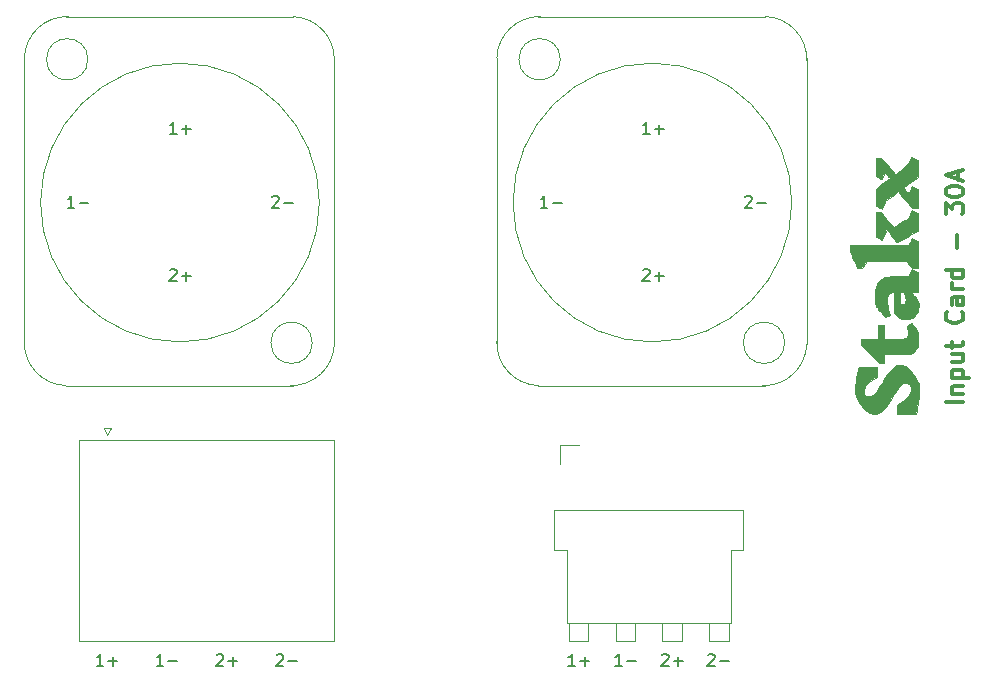
<source format=gbr>
%TF.GenerationSoftware,KiCad,Pcbnew,(5.1.6)-1*%
%TF.CreationDate,2020-12-17T23:04:29+01:00*%
%TF.ProjectId,Ingressi,496e6772-6573-4736-992e-6b696361645f,v1.0*%
%TF.SameCoordinates,Original*%
%TF.FileFunction,Legend,Top*%
%TF.FilePolarity,Positive*%
%FSLAX46Y46*%
G04 Gerber Fmt 4.6, Leading zero omitted, Abs format (unit mm)*
G04 Created by KiCad (PCBNEW (5.1.6)-1) date 2020-12-17 23:04:29*
%MOMM*%
%LPD*%
G01*
G04 APERTURE LIST*
%ADD10C,0.150000*%
%ADD11C,0.300000*%
%ADD12C,0.120000*%
%ADD13C,0.010000*%
G04 APERTURE END LIST*
D10*
X99645238Y-88547619D02*
X99692857Y-88500000D01*
X99788095Y-88452380D01*
X100026190Y-88452380D01*
X100121428Y-88500000D01*
X100169047Y-88547619D01*
X100216666Y-88642857D01*
X100216666Y-88738095D01*
X100169047Y-88880952D01*
X99597619Y-89452380D01*
X100216666Y-89452380D01*
X100645238Y-89071428D02*
X101407142Y-89071428D01*
X92366666Y-89452380D02*
X91795238Y-89452380D01*
X92080952Y-89452380D02*
X92080952Y-88452380D01*
X91985714Y-88595238D01*
X91890476Y-88690476D01*
X91795238Y-88738095D01*
X92795238Y-89071428D02*
X93557142Y-89071428D01*
X95745238Y-88547619D02*
X95792857Y-88500000D01*
X95888095Y-88452380D01*
X96126190Y-88452380D01*
X96221428Y-88500000D01*
X96269047Y-88547619D01*
X96316666Y-88642857D01*
X96316666Y-88738095D01*
X96269047Y-88880952D01*
X95697619Y-89452380D01*
X96316666Y-89452380D01*
X96745238Y-89071428D02*
X97507142Y-89071428D01*
X97126190Y-89452380D02*
X97126190Y-88690476D01*
X88416666Y-89452380D02*
X87845238Y-89452380D01*
X88130952Y-89452380D02*
X88130952Y-88452380D01*
X88035714Y-88595238D01*
X87940476Y-88690476D01*
X87845238Y-88738095D01*
X88845238Y-89071428D02*
X89607142Y-89071428D01*
X89226190Y-89452380D02*
X89226190Y-88690476D01*
X94716666Y-44402380D02*
X94145238Y-44402380D01*
X94430952Y-44402380D02*
X94430952Y-43402380D01*
X94335714Y-43545238D01*
X94240476Y-43640476D01*
X94145238Y-43688095D01*
X95145238Y-44021428D02*
X95907142Y-44021428D01*
X95526190Y-44402380D02*
X95526190Y-43640476D01*
X94145238Y-55963619D02*
X94192857Y-55916000D01*
X94288095Y-55868380D01*
X94526190Y-55868380D01*
X94621428Y-55916000D01*
X94669047Y-55963619D01*
X94716666Y-56058857D01*
X94716666Y-56154095D01*
X94669047Y-56296952D01*
X94097619Y-56868380D01*
X94716666Y-56868380D01*
X95145238Y-56487428D02*
X95907142Y-56487428D01*
X95526190Y-56868380D02*
X95526190Y-56106476D01*
X86066666Y-50652380D02*
X85495238Y-50652380D01*
X85780952Y-50652380D02*
X85780952Y-49652380D01*
X85685714Y-49795238D01*
X85590476Y-49890476D01*
X85495238Y-49938095D01*
X86495238Y-50271428D02*
X87257142Y-50271428D01*
X102806438Y-49747619D02*
X102854057Y-49700000D01*
X102949295Y-49652380D01*
X103187390Y-49652380D01*
X103282628Y-49700000D01*
X103330247Y-49747619D01*
X103377866Y-49842857D01*
X103377866Y-49938095D01*
X103330247Y-50080952D01*
X102758819Y-50652380D01*
X103377866Y-50652380D01*
X103806438Y-50271428D02*
X104568342Y-50271428D01*
X62756438Y-49747619D02*
X62804057Y-49700000D01*
X62899295Y-49652380D01*
X63137390Y-49652380D01*
X63232628Y-49700000D01*
X63280247Y-49747619D01*
X63327866Y-49842857D01*
X63327866Y-49938095D01*
X63280247Y-50080952D01*
X62708819Y-50652380D01*
X63327866Y-50652380D01*
X63756438Y-50271428D02*
X64518342Y-50271428D01*
X46016666Y-50652380D02*
X45445238Y-50652380D01*
X45730952Y-50652380D02*
X45730952Y-49652380D01*
X45635714Y-49795238D01*
X45540476Y-49890476D01*
X45445238Y-49938095D01*
X46445238Y-50271428D02*
X47207142Y-50271428D01*
X54095238Y-55963619D02*
X54142857Y-55916000D01*
X54238095Y-55868380D01*
X54476190Y-55868380D01*
X54571428Y-55916000D01*
X54619047Y-55963619D01*
X54666666Y-56058857D01*
X54666666Y-56154095D01*
X54619047Y-56296952D01*
X54047619Y-56868380D01*
X54666666Y-56868380D01*
X55095238Y-56487428D02*
X55857142Y-56487428D01*
X55476190Y-56868380D02*
X55476190Y-56106476D01*
X54666666Y-44402380D02*
X54095238Y-44402380D01*
X54380952Y-44402380D02*
X54380952Y-43402380D01*
X54285714Y-43545238D01*
X54190476Y-43640476D01*
X54095238Y-43688095D01*
X55095238Y-44021428D02*
X55857142Y-44021428D01*
X55476190Y-44402380D02*
X55476190Y-43640476D01*
D11*
X121278571Y-67150000D02*
X119778571Y-67150000D01*
X120278571Y-66435714D02*
X121278571Y-66435714D01*
X120421428Y-66435714D02*
X120350000Y-66364285D01*
X120278571Y-66221428D01*
X120278571Y-66007142D01*
X120350000Y-65864285D01*
X120492857Y-65792857D01*
X121278571Y-65792857D01*
X120278571Y-65078571D02*
X121778571Y-65078571D01*
X120350000Y-65078571D02*
X120278571Y-64935714D01*
X120278571Y-64650000D01*
X120350000Y-64507142D01*
X120421428Y-64435714D01*
X120564285Y-64364285D01*
X120992857Y-64364285D01*
X121135714Y-64435714D01*
X121207142Y-64507142D01*
X121278571Y-64650000D01*
X121278571Y-64935714D01*
X121207142Y-65078571D01*
X120278571Y-63078571D02*
X121278571Y-63078571D01*
X120278571Y-63721428D02*
X121064285Y-63721428D01*
X121207142Y-63650000D01*
X121278571Y-63507142D01*
X121278571Y-63292857D01*
X121207142Y-63150000D01*
X121135714Y-63078571D01*
X120278571Y-62578571D02*
X120278571Y-62007142D01*
X119778571Y-62364285D02*
X121064285Y-62364285D01*
X121207142Y-62292857D01*
X121278571Y-62150000D01*
X121278571Y-62007142D01*
X121135714Y-59507142D02*
X121207142Y-59578571D01*
X121278571Y-59792857D01*
X121278571Y-59935714D01*
X121207142Y-60150000D01*
X121064285Y-60292857D01*
X120921428Y-60364285D01*
X120635714Y-60435714D01*
X120421428Y-60435714D01*
X120135714Y-60364285D01*
X119992857Y-60292857D01*
X119850000Y-60150000D01*
X119778571Y-59935714D01*
X119778571Y-59792857D01*
X119850000Y-59578571D01*
X119921428Y-59507142D01*
X121278571Y-58221428D02*
X120492857Y-58221428D01*
X120350000Y-58292857D01*
X120278571Y-58435714D01*
X120278571Y-58721428D01*
X120350000Y-58864285D01*
X121207142Y-58221428D02*
X121278571Y-58364285D01*
X121278571Y-58721428D01*
X121207142Y-58864285D01*
X121064285Y-58935714D01*
X120921428Y-58935714D01*
X120778571Y-58864285D01*
X120707142Y-58721428D01*
X120707142Y-58364285D01*
X120635714Y-58221428D01*
X121278571Y-57507142D02*
X120278571Y-57507142D01*
X120564285Y-57507142D02*
X120421428Y-57435714D01*
X120350000Y-57364285D01*
X120278571Y-57221428D01*
X120278571Y-57078571D01*
X121278571Y-55935714D02*
X119778571Y-55935714D01*
X121207142Y-55935714D02*
X121278571Y-56078571D01*
X121278571Y-56364285D01*
X121207142Y-56507142D01*
X121135714Y-56578571D01*
X120992857Y-56650000D01*
X120564285Y-56650000D01*
X120421428Y-56578571D01*
X120350000Y-56507142D01*
X120278571Y-56364285D01*
X120278571Y-56078571D01*
X120350000Y-55935714D01*
X120707142Y-54078571D02*
X120707142Y-52935714D01*
X119778571Y-51221428D02*
X119778571Y-50292857D01*
X120350000Y-50792857D01*
X120350000Y-50578571D01*
X120421428Y-50435714D01*
X120492857Y-50364285D01*
X120635714Y-50292857D01*
X120992857Y-50292857D01*
X121135714Y-50364285D01*
X121207142Y-50435714D01*
X121278571Y-50578571D01*
X121278571Y-51007142D01*
X121207142Y-51150000D01*
X121135714Y-51221428D01*
X119778571Y-49364285D02*
X119778571Y-49221428D01*
X119850000Y-49078571D01*
X119921428Y-49007142D01*
X120064285Y-48935714D01*
X120350000Y-48864285D01*
X120707142Y-48864285D01*
X120992857Y-48935714D01*
X121135714Y-49007142D01*
X121207142Y-49078571D01*
X121278571Y-49221428D01*
X121278571Y-49364285D01*
X121207142Y-49507142D01*
X121135714Y-49578571D01*
X120992857Y-49650000D01*
X120707142Y-49721428D01*
X120350000Y-49721428D01*
X120064285Y-49650000D01*
X119921428Y-49578571D01*
X119850000Y-49507142D01*
X119778571Y-49364285D01*
X120850000Y-48292857D02*
X120850000Y-47578571D01*
X121278571Y-48435714D02*
X119778571Y-47935714D01*
X121278571Y-47435714D01*
D10*
X63135238Y-88547619D02*
X63182857Y-88500000D01*
X63278095Y-88452380D01*
X63516190Y-88452380D01*
X63611428Y-88500000D01*
X63659047Y-88547619D01*
X63706666Y-88642857D01*
X63706666Y-88738095D01*
X63659047Y-88880952D01*
X63087619Y-89452380D01*
X63706666Y-89452380D01*
X64135238Y-89071428D02*
X64897142Y-89071428D01*
X58055238Y-88547619D02*
X58102857Y-88500000D01*
X58198095Y-88452380D01*
X58436190Y-88452380D01*
X58531428Y-88500000D01*
X58579047Y-88547619D01*
X58626666Y-88642857D01*
X58626666Y-88738095D01*
X58579047Y-88880952D01*
X58007619Y-89452380D01*
X58626666Y-89452380D01*
X59055238Y-89071428D02*
X59817142Y-89071428D01*
X59436190Y-89452380D02*
X59436190Y-88690476D01*
X53546666Y-89452380D02*
X52975238Y-89452380D01*
X53260952Y-89452380D02*
X53260952Y-88452380D01*
X53165714Y-88595238D01*
X53070476Y-88690476D01*
X52975238Y-88738095D01*
X53975238Y-89071428D02*
X54737142Y-89071428D01*
X48466666Y-89452380D02*
X47895238Y-89452380D01*
X48180952Y-89452380D02*
X48180952Y-88452380D01*
X48085714Y-88595238D01*
X47990476Y-88690476D01*
X47895238Y-88738095D01*
X48895238Y-89071428D02*
X49657142Y-89071428D01*
X49276190Y-89452380D02*
X49276190Y-88690476D01*
D12*
X48800000Y-69905200D02*
X48500000Y-69305200D01*
X46390000Y-87360000D02*
X68010000Y-87360000D01*
X49100000Y-69305200D02*
X48800000Y-69905200D01*
X68010000Y-87360000D02*
X68010000Y-70290000D01*
X46390000Y-70290000D02*
X46390000Y-87360000D01*
X48500000Y-69305200D02*
X49100000Y-69305200D01*
X68010000Y-70290000D02*
X46390000Y-70290000D01*
X106750800Y-50227000D02*
G75*
G03*
X106750800Y-50227000I-11800000J0D01*
G01*
X85280000Y-65720000D02*
X104520000Y-65720000D01*
X87150000Y-38100000D02*
G75*
G03*
X87150000Y-38100000I-1750000J0D01*
G01*
X108020000Y-62220000D02*
X108020000Y-37980000D01*
X85280000Y-34480000D02*
X104520000Y-34480000D01*
X81780000Y-62220000D02*
X81780000Y-37980000D01*
X106150000Y-62100000D02*
G75*
G03*
X106150000Y-62100000I-1750000J0D01*
G01*
X108020000Y-38220000D02*
G75*
G03*
X104520000Y-34480000I-3620000J120000D01*
G01*
X85520000Y-34480000D02*
G75*
G03*
X81780000Y-37980000I-120000J-3620000D01*
G01*
X81780000Y-61980000D02*
G75*
G03*
X85280000Y-65720000I3620000J-120000D01*
G01*
X104280000Y-65720000D02*
G75*
G03*
X108020000Y-62220000I120000J3620000D01*
G01*
X66750800Y-50227000D02*
G75*
G03*
X66750800Y-50227000I-11800000J0D01*
G01*
X45280000Y-65720000D02*
X64520000Y-65720000D01*
X47150000Y-38100000D02*
G75*
G03*
X47150000Y-38100000I-1750000J0D01*
G01*
X68020000Y-62220000D02*
X68020000Y-37980000D01*
X45280000Y-34480000D02*
X64520000Y-34480000D01*
X41780000Y-62220000D02*
X41780000Y-37980000D01*
X66150000Y-62100000D02*
G75*
G03*
X66150000Y-62100000I-1750000J0D01*
G01*
X68020000Y-38220000D02*
G75*
G03*
X64520000Y-34480000I-3620000J120000D01*
G01*
X45520000Y-34480000D02*
G75*
G03*
X41780000Y-37980000I-120000J-3620000D01*
G01*
X41780000Y-61980000D02*
G75*
G03*
X45280000Y-65720000I3620000J-120000D01*
G01*
X64280000Y-65720000D02*
G75*
G03*
X68020000Y-62220000I120000J3620000D01*
G01*
D13*
G36*
X112124550Y-66087152D02*
G01*
X112135729Y-65775268D01*
X112165953Y-65438614D01*
X112213185Y-65091153D01*
X112275392Y-64746850D01*
X112350538Y-64419667D01*
X112387192Y-64284678D01*
X112420316Y-64168923D01*
X113960590Y-64168923D01*
X113960590Y-65019354D01*
X113811762Y-65092738D01*
X113540072Y-65246922D01*
X113297933Y-65428229D01*
X113202869Y-65513947D01*
X113074347Y-65645689D01*
X112979512Y-65766759D01*
X112912421Y-65885821D01*
X112871130Y-65997448D01*
X112841037Y-66157321D01*
X112847807Y-66298312D01*
X112889386Y-66417325D01*
X112963719Y-66511265D01*
X113068751Y-66577035D01*
X113202429Y-66611542D01*
X113281717Y-66616104D01*
X113379985Y-66609823D01*
X113472703Y-66589541D01*
X113562381Y-66552618D01*
X113651530Y-66496417D01*
X113742659Y-66418301D01*
X113838278Y-66315631D01*
X113940898Y-66185771D01*
X114053029Y-66026083D01*
X114177181Y-65833928D01*
X114315864Y-65606670D01*
X114435562Y-65403645D01*
X114583372Y-65153901D01*
X114715110Y-64940172D01*
X114833688Y-64758667D01*
X114942014Y-64605598D01*
X115042997Y-64477176D01*
X115139548Y-64369611D01*
X115234574Y-64279114D01*
X115330986Y-64201895D01*
X115389530Y-64161141D01*
X115529835Y-64077446D01*
X115658179Y-64023475D01*
X115789884Y-63994307D01*
X115937828Y-63985039D01*
X116026584Y-63985839D01*
X116093812Y-63992395D01*
X116155291Y-64008629D01*
X116226805Y-64038465D01*
X116304966Y-64076309D01*
X116487579Y-64186842D01*
X116670086Y-64334580D01*
X116847657Y-64512886D01*
X117015465Y-64715122D01*
X117168681Y-64934651D01*
X117302475Y-65164833D01*
X117412020Y-65399032D01*
X117492486Y-65630610D01*
X117521380Y-65748496D01*
X117537961Y-65864223D01*
X117547774Y-66010586D01*
X117550463Y-66174591D01*
X117545671Y-66343245D01*
X117540069Y-66428906D01*
X117512893Y-66720067D01*
X117478164Y-67012546D01*
X117437389Y-67296348D01*
X117392073Y-67561481D01*
X117343723Y-67797951D01*
X117316695Y-67910945D01*
X117256171Y-68148698D01*
X116479301Y-68154492D01*
X115702430Y-68160286D01*
X115702430Y-67327826D01*
X115874597Y-67227790D01*
X116119384Y-67070692D01*
X116330392Y-66904371D01*
X116506253Y-66730951D01*
X116645598Y-66552556D01*
X116747060Y-66371308D01*
X116809270Y-66189332D01*
X116830859Y-66008751D01*
X116810459Y-65831690D01*
X116799793Y-65792054D01*
X116743625Y-65676484D01*
X116655807Y-65583474D01*
X116545187Y-65518142D01*
X116420618Y-65485608D01*
X116290948Y-65490989D01*
X116282387Y-65492811D01*
X116198456Y-65517023D01*
X116123574Y-65552951D01*
X116047572Y-65607281D01*
X115960282Y-65686699D01*
X115908479Y-65738671D01*
X115847297Y-65804863D01*
X115784690Y-65880445D01*
X115717678Y-65969822D01*
X115643279Y-66077397D01*
X115558513Y-66207575D01*
X115460399Y-66364759D01*
X115345957Y-66553354D01*
X115262222Y-66693489D01*
X115129841Y-66913655D01*
X115014548Y-67099674D01*
X114912887Y-67256418D01*
X114821404Y-67388761D01*
X114736641Y-67501575D01*
X114655145Y-67599733D01*
X114573458Y-67688108D01*
X114517322Y-67743866D01*
X114360737Y-67883530D01*
X114216027Y-67986948D01*
X114075641Y-68057463D01*
X113932028Y-68098417D01*
X113777636Y-68113152D01*
X113686997Y-68111377D01*
X113558999Y-68098552D01*
X113453205Y-68072353D01*
X113378755Y-68042469D01*
X113184058Y-67932685D01*
X112990857Y-67784984D01*
X112804070Y-67605411D01*
X112628617Y-67400013D01*
X112469418Y-67174836D01*
X112331391Y-66935928D01*
X112219457Y-66689334D01*
X112173560Y-66561198D01*
X112152926Y-66491471D01*
X112138829Y-66424687D01*
X112130140Y-66349934D01*
X112125732Y-66256302D01*
X112124477Y-66132878D01*
X112124550Y-66087152D01*
G37*
X112124550Y-66087152D02*
X112135729Y-65775268D01*
X112165953Y-65438614D01*
X112213185Y-65091153D01*
X112275392Y-64746850D01*
X112350538Y-64419667D01*
X112387192Y-64284678D01*
X112420316Y-64168923D01*
X113960590Y-64168923D01*
X113960590Y-65019354D01*
X113811762Y-65092738D01*
X113540072Y-65246922D01*
X113297933Y-65428229D01*
X113202869Y-65513947D01*
X113074347Y-65645689D01*
X112979512Y-65766759D01*
X112912421Y-65885821D01*
X112871130Y-65997448D01*
X112841037Y-66157321D01*
X112847807Y-66298312D01*
X112889386Y-66417325D01*
X112963719Y-66511265D01*
X113068751Y-66577035D01*
X113202429Y-66611542D01*
X113281717Y-66616104D01*
X113379985Y-66609823D01*
X113472703Y-66589541D01*
X113562381Y-66552618D01*
X113651530Y-66496417D01*
X113742659Y-66418301D01*
X113838278Y-66315631D01*
X113940898Y-66185771D01*
X114053029Y-66026083D01*
X114177181Y-65833928D01*
X114315864Y-65606670D01*
X114435562Y-65403645D01*
X114583372Y-65153901D01*
X114715110Y-64940172D01*
X114833688Y-64758667D01*
X114942014Y-64605598D01*
X115042997Y-64477176D01*
X115139548Y-64369611D01*
X115234574Y-64279114D01*
X115330986Y-64201895D01*
X115389530Y-64161141D01*
X115529835Y-64077446D01*
X115658179Y-64023475D01*
X115789884Y-63994307D01*
X115937828Y-63985039D01*
X116026584Y-63985839D01*
X116093812Y-63992395D01*
X116155291Y-64008629D01*
X116226805Y-64038465D01*
X116304966Y-64076309D01*
X116487579Y-64186842D01*
X116670086Y-64334580D01*
X116847657Y-64512886D01*
X117015465Y-64715122D01*
X117168681Y-64934651D01*
X117302475Y-65164833D01*
X117412020Y-65399032D01*
X117492486Y-65630610D01*
X117521380Y-65748496D01*
X117537961Y-65864223D01*
X117547774Y-66010586D01*
X117550463Y-66174591D01*
X117545671Y-66343245D01*
X117540069Y-66428906D01*
X117512893Y-66720067D01*
X117478164Y-67012546D01*
X117437389Y-67296348D01*
X117392073Y-67561481D01*
X117343723Y-67797951D01*
X117316695Y-67910945D01*
X117256171Y-68148698D01*
X116479301Y-68154492D01*
X115702430Y-68160286D01*
X115702430Y-67327826D01*
X115874597Y-67227790D01*
X116119384Y-67070692D01*
X116330392Y-66904371D01*
X116506253Y-66730951D01*
X116645598Y-66552556D01*
X116747060Y-66371308D01*
X116809270Y-66189332D01*
X116830859Y-66008751D01*
X116810459Y-65831690D01*
X116799793Y-65792054D01*
X116743625Y-65676484D01*
X116655807Y-65583474D01*
X116545187Y-65518142D01*
X116420618Y-65485608D01*
X116290948Y-65490989D01*
X116282387Y-65492811D01*
X116198456Y-65517023D01*
X116123574Y-65552951D01*
X116047572Y-65607281D01*
X115960282Y-65686699D01*
X115908479Y-65738671D01*
X115847297Y-65804863D01*
X115784690Y-65880445D01*
X115717678Y-65969822D01*
X115643279Y-66077397D01*
X115558513Y-66207575D01*
X115460399Y-66364759D01*
X115345957Y-66553354D01*
X115262222Y-66693489D01*
X115129841Y-66913655D01*
X115014548Y-67099674D01*
X114912887Y-67256418D01*
X114821404Y-67388761D01*
X114736641Y-67501575D01*
X114655145Y-67599733D01*
X114573458Y-67688108D01*
X114517322Y-67743866D01*
X114360737Y-67883530D01*
X114216027Y-67986948D01*
X114075641Y-68057463D01*
X113932028Y-68098417D01*
X113777636Y-68113152D01*
X113686997Y-68111377D01*
X113558999Y-68098552D01*
X113453205Y-68072353D01*
X113378755Y-68042469D01*
X113184058Y-67932685D01*
X112990857Y-67784984D01*
X112804070Y-67605411D01*
X112628617Y-67400013D01*
X112469418Y-67174836D01*
X112331391Y-66935928D01*
X112219457Y-66689334D01*
X112173560Y-66561198D01*
X112152926Y-66491471D01*
X112138829Y-66424687D01*
X112130140Y-66349934D01*
X112125732Y-66256302D01*
X112124477Y-66132878D01*
X112124550Y-66087152D01*
G36*
X114048784Y-61743576D02*
G01*
X114048784Y-60575000D01*
X114577951Y-60575000D01*
X114577951Y-61743576D01*
X115456635Y-61743576D01*
X115676442Y-61743533D01*
X115856526Y-61743251D01*
X116001259Y-61742503D01*
X116115016Y-61741061D01*
X116202170Y-61738695D01*
X116267093Y-61735178D01*
X116314161Y-61730283D01*
X116347746Y-61723780D01*
X116372222Y-61715441D01*
X116391962Y-61705039D01*
X116409045Y-61693892D01*
X116485895Y-61625587D01*
X116539328Y-61536085D01*
X116574404Y-61416058D01*
X116581625Y-61375708D01*
X116590870Y-61192192D01*
X116563666Y-60989139D01*
X116517799Y-60821066D01*
X116495334Y-60746913D01*
X116481322Y-60688865D01*
X116478760Y-60660335D01*
X116499938Y-60644619D01*
X116551142Y-60616634D01*
X116621803Y-60581337D01*
X116701353Y-60543682D01*
X116779223Y-60508627D01*
X116844845Y-60481128D01*
X116887652Y-60466140D01*
X116895799Y-60464757D01*
X116913775Y-60481269D01*
X116954354Y-60527242D01*
X117013065Y-60597330D01*
X117085434Y-60686190D01*
X117166991Y-60788475D01*
X117172477Y-60795428D01*
X117265618Y-60913590D01*
X117336014Y-61006359D01*
X117387093Y-61083092D01*
X117422280Y-61153146D01*
X117445000Y-61225876D01*
X117458681Y-61310640D01*
X117466749Y-61416794D01*
X117472629Y-61553695D01*
X117475258Y-61622309D01*
X117478758Y-61823509D01*
X117471784Y-61990737D01*
X117456428Y-62118625D01*
X117403029Y-62352991D01*
X117325108Y-62551319D01*
X117221275Y-62715112D01*
X117090141Y-62845873D01*
X116930317Y-62945106D01*
X116740414Y-63014316D01*
X116601718Y-63043666D01*
X116548100Y-63048740D01*
X116455406Y-63053375D01*
X116328656Y-63057465D01*
X116172872Y-63060905D01*
X115993074Y-63063590D01*
X115794281Y-63065414D01*
X115581515Y-63066273D01*
X115520529Y-63066326D01*
X114577951Y-63066493D01*
X114577951Y-63772048D01*
X114167774Y-63772048D01*
X112593576Y-62268780D01*
X112593576Y-61743576D01*
X114048784Y-61743576D01*
G37*
X114048784Y-61743576D02*
X114048784Y-60575000D01*
X114577951Y-60575000D01*
X114577951Y-61743576D01*
X115456635Y-61743576D01*
X115676442Y-61743533D01*
X115856526Y-61743251D01*
X116001259Y-61742503D01*
X116115016Y-61741061D01*
X116202170Y-61738695D01*
X116267093Y-61735178D01*
X116314161Y-61730283D01*
X116347746Y-61723780D01*
X116372222Y-61715441D01*
X116391962Y-61705039D01*
X116409045Y-61693892D01*
X116485895Y-61625587D01*
X116539328Y-61536085D01*
X116574404Y-61416058D01*
X116581625Y-61375708D01*
X116590870Y-61192192D01*
X116563666Y-60989139D01*
X116517799Y-60821066D01*
X116495334Y-60746913D01*
X116481322Y-60688865D01*
X116478760Y-60660335D01*
X116499938Y-60644619D01*
X116551142Y-60616634D01*
X116621803Y-60581337D01*
X116701353Y-60543682D01*
X116779223Y-60508627D01*
X116844845Y-60481128D01*
X116887652Y-60466140D01*
X116895799Y-60464757D01*
X116913775Y-60481269D01*
X116954354Y-60527242D01*
X117013065Y-60597330D01*
X117085434Y-60686190D01*
X117166991Y-60788475D01*
X117172477Y-60795428D01*
X117265618Y-60913590D01*
X117336014Y-61006359D01*
X117387093Y-61083092D01*
X117422280Y-61153146D01*
X117445000Y-61225876D01*
X117458681Y-61310640D01*
X117466749Y-61416794D01*
X117472629Y-61553695D01*
X117475258Y-61622309D01*
X117478758Y-61823509D01*
X117471784Y-61990737D01*
X117456428Y-62118625D01*
X117403029Y-62352991D01*
X117325108Y-62551319D01*
X117221275Y-62715112D01*
X117090141Y-62845873D01*
X116930317Y-62945106D01*
X116740414Y-63014316D01*
X116601718Y-63043666D01*
X116548100Y-63048740D01*
X116455406Y-63053375D01*
X116328656Y-63057465D01*
X116172872Y-63060905D01*
X115993074Y-63063590D01*
X115794281Y-63065414D01*
X115581515Y-63066273D01*
X115520529Y-63066326D01*
X114577951Y-63066493D01*
X114577951Y-63772048D01*
X114167774Y-63772048D01*
X112593576Y-62268780D01*
X112593576Y-61743576D01*
X114048784Y-61743576D01*
G36*
X113796176Y-57886934D02*
G01*
X113813940Y-57732493D01*
X113814814Y-57727102D01*
X113877163Y-57450917D01*
X113967933Y-57206874D01*
X114086615Y-56995654D01*
X114232699Y-56817942D01*
X114405677Y-56674418D01*
X114605040Y-56565768D01*
X114710243Y-56526108D01*
X114745009Y-56516067D01*
X114785643Y-56507674D01*
X114836606Y-56500706D01*
X114902358Y-56494942D01*
X114987358Y-56490160D01*
X115096068Y-56486138D01*
X115232948Y-56482653D01*
X115402458Y-56479486D01*
X115609058Y-56476412D01*
X115745318Y-56474615D01*
X116659127Y-56462934D01*
X116752829Y-56231423D01*
X116792963Y-56131732D01*
X116828924Y-56041445D01*
X116856255Y-55971808D01*
X116868867Y-55938645D01*
X116891203Y-55877377D01*
X117156981Y-56010607D01*
X117422758Y-56143837D01*
X117416978Y-56964844D01*
X117411198Y-57785850D01*
X117150090Y-57789725D01*
X117047369Y-57792101D01*
X116961749Y-57795689D01*
X116902288Y-57800000D01*
X116878128Y-57804452D01*
X116887845Y-57824201D01*
X116921201Y-57873156D01*
X116974338Y-57946052D01*
X117043393Y-58037623D01*
X117124507Y-58142606D01*
X117149016Y-58173894D01*
X117251889Y-58306440D01*
X117329721Y-58410918D01*
X117386120Y-58492785D01*
X117424695Y-58557498D01*
X117449053Y-58610513D01*
X117459563Y-58643529D01*
X117481387Y-58785806D01*
X117482540Y-58960247D01*
X117462980Y-59160044D01*
X117462767Y-59161538D01*
X117411192Y-59391935D01*
X117327137Y-59593339D01*
X117211712Y-59764606D01*
X117066027Y-59904593D01*
X116891190Y-60012156D01*
X116688311Y-60086152D01*
X116536167Y-60116534D01*
X116332511Y-60126466D01*
X116138200Y-60096416D01*
X116106938Y-60084578D01*
X116106938Y-58847312D01*
X116205799Y-58831368D01*
X116290417Y-58781234D01*
X116350562Y-58700761D01*
X116353765Y-58693691D01*
X116376057Y-58608142D01*
X116384897Y-58495007D01*
X116380655Y-58368578D01*
X116363701Y-58243146D01*
X116339659Y-58148258D01*
X116303155Y-58047047D01*
X116263206Y-57952376D01*
X116224125Y-57872975D01*
X116190223Y-57817577D01*
X116165814Y-57794911D01*
X116165080Y-57794808D01*
X116131778Y-57792959D01*
X116071280Y-57790567D01*
X116033159Y-57789295D01*
X115922916Y-57785850D01*
X115922916Y-58791312D01*
X116004068Y-58825220D01*
X116106938Y-58847312D01*
X116106938Y-60084578D01*
X115950594Y-60025372D01*
X115767056Y-59912320D01*
X115584949Y-59756249D01*
X115576821Y-59748274D01*
X115393750Y-59567657D01*
X115393750Y-57796875D01*
X115331532Y-57796875D01*
X115203930Y-57817779D01*
X115081806Y-57876068D01*
X114973266Y-57965110D01*
X114886415Y-58078271D01*
X114829767Y-58207508D01*
X114804817Y-58347104D01*
X114801864Y-58519581D01*
X114821038Y-58725983D01*
X114862471Y-58967358D01*
X114926294Y-59244751D01*
X114989361Y-59478566D01*
X115018268Y-59582894D01*
X115041191Y-59670736D01*
X115056147Y-59734086D01*
X115061155Y-59764941D01*
X115060699Y-59766594D01*
X115037040Y-59778294D01*
X114983451Y-59802658D01*
X114910544Y-59835003D01*
X114828931Y-59870647D01*
X114749224Y-59904905D01*
X114704718Y-59923689D01*
X114625852Y-59956641D01*
X114276684Y-59522881D01*
X114179373Y-59400899D01*
X114090227Y-59287074D01*
X114013392Y-59186868D01*
X113953012Y-59105739D01*
X113913233Y-59049147D01*
X113899326Y-59025896D01*
X113864394Y-58921195D01*
X113835199Y-58781871D01*
X113812338Y-58617095D01*
X113796409Y-58436041D01*
X113788007Y-58247881D01*
X113787731Y-58061788D01*
X113796176Y-57886934D01*
G37*
X113796176Y-57886934D02*
X113813940Y-57732493D01*
X113814814Y-57727102D01*
X113877163Y-57450917D01*
X113967933Y-57206874D01*
X114086615Y-56995654D01*
X114232699Y-56817942D01*
X114405677Y-56674418D01*
X114605040Y-56565768D01*
X114710243Y-56526108D01*
X114745009Y-56516067D01*
X114785643Y-56507674D01*
X114836606Y-56500706D01*
X114902358Y-56494942D01*
X114987358Y-56490160D01*
X115096068Y-56486138D01*
X115232948Y-56482653D01*
X115402458Y-56479486D01*
X115609058Y-56476412D01*
X115745318Y-56474615D01*
X116659127Y-56462934D01*
X116752829Y-56231423D01*
X116792963Y-56131732D01*
X116828924Y-56041445D01*
X116856255Y-55971808D01*
X116868867Y-55938645D01*
X116891203Y-55877377D01*
X117156981Y-56010607D01*
X117422758Y-56143837D01*
X117416978Y-56964844D01*
X117411198Y-57785850D01*
X117150090Y-57789725D01*
X117047369Y-57792101D01*
X116961749Y-57795689D01*
X116902288Y-57800000D01*
X116878128Y-57804452D01*
X116887845Y-57824201D01*
X116921201Y-57873156D01*
X116974338Y-57946052D01*
X117043393Y-58037623D01*
X117124507Y-58142606D01*
X117149016Y-58173894D01*
X117251889Y-58306440D01*
X117329721Y-58410918D01*
X117386120Y-58492785D01*
X117424695Y-58557498D01*
X117449053Y-58610513D01*
X117459563Y-58643529D01*
X117481387Y-58785806D01*
X117482540Y-58960247D01*
X117462980Y-59160044D01*
X117462767Y-59161538D01*
X117411192Y-59391935D01*
X117327137Y-59593339D01*
X117211712Y-59764606D01*
X117066027Y-59904593D01*
X116891190Y-60012156D01*
X116688311Y-60086152D01*
X116536167Y-60116534D01*
X116332511Y-60126466D01*
X116138200Y-60096416D01*
X116106938Y-60084578D01*
X116106938Y-58847312D01*
X116205799Y-58831368D01*
X116290417Y-58781234D01*
X116350562Y-58700761D01*
X116353765Y-58693691D01*
X116376057Y-58608142D01*
X116384897Y-58495007D01*
X116380655Y-58368578D01*
X116363701Y-58243146D01*
X116339659Y-58148258D01*
X116303155Y-58047047D01*
X116263206Y-57952376D01*
X116224125Y-57872975D01*
X116190223Y-57817577D01*
X116165814Y-57794911D01*
X116165080Y-57794808D01*
X116131778Y-57792959D01*
X116071280Y-57790567D01*
X116033159Y-57789295D01*
X115922916Y-57785850D01*
X115922916Y-58791312D01*
X116004068Y-58825220D01*
X116106938Y-58847312D01*
X116106938Y-60084578D01*
X115950594Y-60025372D01*
X115767056Y-59912320D01*
X115584949Y-59756249D01*
X115576821Y-59748274D01*
X115393750Y-59567657D01*
X115393750Y-57796875D01*
X115331532Y-57796875D01*
X115203930Y-57817779D01*
X115081806Y-57876068D01*
X114973266Y-57965110D01*
X114886415Y-58078271D01*
X114829767Y-58207508D01*
X114804817Y-58347104D01*
X114801864Y-58519581D01*
X114821038Y-58725983D01*
X114862471Y-58967358D01*
X114926294Y-59244751D01*
X114989361Y-59478566D01*
X115018268Y-59582894D01*
X115041191Y-59670736D01*
X115056147Y-59734086D01*
X115061155Y-59764941D01*
X115060699Y-59766594D01*
X115037040Y-59778294D01*
X114983451Y-59802658D01*
X114910544Y-59835003D01*
X114828931Y-59870647D01*
X114749224Y-59904905D01*
X114704718Y-59923689D01*
X114625852Y-59956641D01*
X114276684Y-59522881D01*
X114179373Y-59400899D01*
X114090227Y-59287074D01*
X114013392Y-59186868D01*
X113953012Y-59105739D01*
X113913233Y-59049147D01*
X113899326Y-59025896D01*
X113864394Y-58921195D01*
X113835199Y-58781871D01*
X113812338Y-58617095D01*
X113796409Y-58436041D01*
X113788007Y-58247881D01*
X113787731Y-58061788D01*
X113796176Y-57886934D01*
G36*
X111672261Y-54080103D02*
G01*
X111678559Y-53839149D01*
X114193627Y-53833544D01*
X116708696Y-53827939D01*
X116792193Y-53557936D01*
X116824953Y-53454679D01*
X116854417Y-53366725D01*
X116877582Y-53302698D01*
X116891450Y-53271220D01*
X116892372Y-53270012D01*
X116917204Y-53272593D01*
X116973279Y-53292382D01*
X117052730Y-53326218D01*
X117147688Y-53370941D01*
X117165638Y-53379812D01*
X117422222Y-53507532D01*
X117422222Y-54616611D01*
X117422032Y-54873953D01*
X117421407Y-55090420D01*
X117420262Y-55269233D01*
X117418514Y-55413613D01*
X117416079Y-55526781D01*
X117412872Y-55611957D01*
X117408810Y-55672363D01*
X117403808Y-55711219D01*
X117397783Y-55731747D01*
X117393007Y-55736900D01*
X117359143Y-55741163D01*
X117292747Y-55743238D01*
X117205340Y-55742889D01*
X117156970Y-55741720D01*
X116950147Y-55735329D01*
X116441059Y-55152841D01*
X113105619Y-55151041D01*
X112913219Y-55449418D01*
X112720819Y-55747794D01*
X112489995Y-55741562D01*
X112259170Y-55735329D01*
X112072730Y-55294357D01*
X112008843Y-55142966D01*
X111942514Y-54985298D01*
X111878612Y-54832958D01*
X111822005Y-54697551D01*
X111777558Y-54590679D01*
X111776127Y-54587221D01*
X111665963Y-54321058D01*
X111672261Y-54080103D01*
G37*
X111672261Y-54080103D02*
X111678559Y-53839149D01*
X114193627Y-53833544D01*
X116708696Y-53827939D01*
X116792193Y-53557936D01*
X116824953Y-53454679D01*
X116854417Y-53366725D01*
X116877582Y-53302698D01*
X116891450Y-53271220D01*
X116892372Y-53270012D01*
X116917204Y-53272593D01*
X116973279Y-53292382D01*
X117052730Y-53326218D01*
X117147688Y-53370941D01*
X117165638Y-53379812D01*
X117422222Y-53507532D01*
X117422222Y-54616611D01*
X117422032Y-54873953D01*
X117421407Y-55090420D01*
X117420262Y-55269233D01*
X117418514Y-55413613D01*
X117416079Y-55526781D01*
X117412872Y-55611957D01*
X117408810Y-55672363D01*
X117403808Y-55711219D01*
X117397783Y-55731747D01*
X117393007Y-55736900D01*
X117359143Y-55741163D01*
X117292747Y-55743238D01*
X117205340Y-55742889D01*
X117156970Y-55741720D01*
X116950147Y-55735329D01*
X116441059Y-55152841D01*
X113105619Y-55151041D01*
X112913219Y-55449418D01*
X112720819Y-55747794D01*
X112489995Y-55741562D01*
X112259170Y-55735329D01*
X112072730Y-55294357D01*
X112008843Y-55142966D01*
X111942514Y-54985298D01*
X111878612Y-54832958D01*
X111822005Y-54697551D01*
X111777558Y-54590679D01*
X111776127Y-54587221D01*
X111665963Y-54321058D01*
X111672261Y-54080103D01*
G36*
X114087369Y-51051714D02*
G01*
X114324392Y-51053429D01*
X114819697Y-51678348D01*
X114950018Y-51842461D01*
X115056008Y-51974977D01*
X115140495Y-52079042D01*
X115206303Y-52157802D01*
X115256260Y-52214402D01*
X115293191Y-52251990D01*
X115319923Y-52273710D01*
X115339282Y-52282710D01*
X115354094Y-52282134D01*
X115359888Y-52279664D01*
X115389187Y-52263165D01*
X115450733Y-52227749D01*
X115538732Y-52176796D01*
X115647388Y-52113688D01*
X115770907Y-52041808D01*
X115903493Y-51964536D01*
X116039351Y-51885256D01*
X116172687Y-51807348D01*
X116297704Y-51734195D01*
X116408607Y-51669178D01*
X116499602Y-51615679D01*
X116564894Y-51577080D01*
X116598687Y-51556763D01*
X116599063Y-51556528D01*
X116621979Y-51526439D01*
X116655866Y-51461107D01*
X116697673Y-51367095D01*
X116744350Y-51250967D01*
X116758985Y-51212427D01*
X116801344Y-51101719D01*
X116839516Y-51006222D01*
X116870414Y-50933340D01*
X116890948Y-50890477D01*
X116896644Y-50882417D01*
X116922035Y-50887724D01*
X116978303Y-50910302D01*
X117057431Y-50946638D01*
X117151404Y-50993218D01*
X117163005Y-50999179D01*
X117411198Y-51127170D01*
X117416997Y-51880205D01*
X117422796Y-52633241D01*
X116876806Y-52931688D01*
X116712051Y-53021820D01*
X116539075Y-53116584D01*
X116367808Y-53210528D01*
X116208180Y-53298205D01*
X116070121Y-53374163D01*
X115989062Y-53418861D01*
X115647309Y-53607588D01*
X115596939Y-53546980D01*
X115570525Y-53513857D01*
X115521335Y-53450887D01*
X115453378Y-53363252D01*
X115370662Y-53256136D01*
X115277197Y-53134720D01*
X115176992Y-53004187D01*
X115169693Y-52994666D01*
X114792818Y-52502960D01*
X114689995Y-52719058D01*
X114632656Y-52840749D01*
X114568417Y-52978914D01*
X114508245Y-53109919D01*
X114488855Y-53152622D01*
X114446520Y-53242267D01*
X114408341Y-53315907D01*
X114379084Y-53364757D01*
X114365434Y-53380037D01*
X114337112Y-53374451D01*
X114278138Y-53351971D01*
X114196945Y-53316123D01*
X114101966Y-53270433D01*
X114095338Y-53267117D01*
X113850347Y-53144249D01*
X113850347Y-51050000D01*
X114087369Y-51051714D01*
G37*
X114087369Y-51051714D02*
X114324392Y-51053429D01*
X114819697Y-51678348D01*
X114950018Y-51842461D01*
X115056008Y-51974977D01*
X115140495Y-52079042D01*
X115206303Y-52157802D01*
X115256260Y-52214402D01*
X115293191Y-52251990D01*
X115319923Y-52273710D01*
X115339282Y-52282710D01*
X115354094Y-52282134D01*
X115359888Y-52279664D01*
X115389187Y-52263165D01*
X115450733Y-52227749D01*
X115538732Y-52176796D01*
X115647388Y-52113688D01*
X115770907Y-52041808D01*
X115903493Y-51964536D01*
X116039351Y-51885256D01*
X116172687Y-51807348D01*
X116297704Y-51734195D01*
X116408607Y-51669178D01*
X116499602Y-51615679D01*
X116564894Y-51577080D01*
X116598687Y-51556763D01*
X116599063Y-51556528D01*
X116621979Y-51526439D01*
X116655866Y-51461107D01*
X116697673Y-51367095D01*
X116744350Y-51250967D01*
X116758985Y-51212427D01*
X116801344Y-51101719D01*
X116839516Y-51006222D01*
X116870414Y-50933340D01*
X116890948Y-50890477D01*
X116896644Y-50882417D01*
X116922035Y-50887724D01*
X116978303Y-50910302D01*
X117057431Y-50946638D01*
X117151404Y-50993218D01*
X117163005Y-50999179D01*
X117411198Y-51127170D01*
X117416997Y-51880205D01*
X117422796Y-52633241D01*
X116876806Y-52931688D01*
X116712051Y-53021820D01*
X116539075Y-53116584D01*
X116367808Y-53210528D01*
X116208180Y-53298205D01*
X116070121Y-53374163D01*
X115989062Y-53418861D01*
X115647309Y-53607588D01*
X115596939Y-53546980D01*
X115570525Y-53513857D01*
X115521335Y-53450887D01*
X115453378Y-53363252D01*
X115370662Y-53256136D01*
X115277197Y-53134720D01*
X115176992Y-53004187D01*
X115169693Y-52994666D01*
X114792818Y-52502960D01*
X114689995Y-52719058D01*
X114632656Y-52840749D01*
X114568417Y-52978914D01*
X114508245Y-53109919D01*
X114488855Y-53152622D01*
X114446520Y-53242267D01*
X114408341Y-53315907D01*
X114379084Y-53364757D01*
X114365434Y-53380037D01*
X114337112Y-53374451D01*
X114278138Y-53351971D01*
X114196945Y-53316123D01*
X114101966Y-53270433D01*
X114095338Y-53267117D01*
X113850347Y-53144249D01*
X113850347Y-51050000D01*
X114087369Y-51051714D01*
G36*
X113855568Y-49782751D02*
G01*
X113861371Y-49055096D01*
X114450635Y-48613876D01*
X114591006Y-48508461D01*
X114719436Y-48411419D01*
X114831820Y-48325897D01*
X114924052Y-48255044D01*
X114992027Y-48202008D01*
X115031641Y-48169939D01*
X115040299Y-48161632D01*
X115026218Y-48142388D01*
X114987338Y-48097314D01*
X114929170Y-48032612D01*
X114857222Y-47954481D01*
X114836293Y-47932042D01*
X114631886Y-47713477D01*
X114502015Y-47992676D01*
X114454760Y-48093236D01*
X114414153Y-48177707D01*
X114383719Y-48238903D01*
X114366984Y-48269640D01*
X114365047Y-48271875D01*
X114343788Y-48262616D01*
X114290734Y-48237305D01*
X114213516Y-48199637D01*
X114119769Y-48153307D01*
X114104149Y-48145539D01*
X113850347Y-48019203D01*
X113850347Y-46441840D01*
X114308455Y-46441840D01*
X114493827Y-46656814D01*
X114559058Y-46732465D01*
X114646968Y-46834423D01*
X114751443Y-46955595D01*
X114866366Y-47088888D01*
X114985623Y-47227210D01*
X115091444Y-47349950D01*
X115197946Y-47473176D01*
X115295394Y-47585346D01*
X115380005Y-47682148D01*
X115447992Y-47759272D01*
X115495570Y-47812408D01*
X115518955Y-47837245D01*
X115520381Y-47838429D01*
X115541576Y-47828268D01*
X115592790Y-47794364D01*
X115669301Y-47740126D01*
X115766383Y-47668966D01*
X115879313Y-47584295D01*
X116000090Y-47492049D01*
X116463107Y-47135354D01*
X116667042Y-46772104D01*
X116731359Y-46657149D01*
X116788025Y-46555121D01*
X116833557Y-46472351D01*
X116864472Y-46415174D01*
X116877286Y-46389920D01*
X116877342Y-46389761D01*
X116898134Y-46392091D01*
X116950770Y-46411696D01*
X117027964Y-46445514D01*
X117122433Y-46490481D01*
X117152964Y-46505643D01*
X117422222Y-46640617D01*
X117422222Y-48071512D01*
X116815885Y-48503981D01*
X116672229Y-48606877D01*
X116540722Y-48701901D01*
X116425518Y-48785990D01*
X116330766Y-48856079D01*
X116260618Y-48909103D01*
X116219225Y-48941999D01*
X116209548Y-48951595D01*
X116223317Y-48971711D01*
X116260385Y-49017184D01*
X116314400Y-49080734D01*
X116379007Y-49155082D01*
X116447851Y-49232947D01*
X116514579Y-49307050D01*
X116572835Y-49370112D01*
X116596609Y-49395029D01*
X116611128Y-49402963D01*
X116628224Y-49393770D01*
X116651251Y-49362346D01*
X116683563Y-49303587D01*
X116728515Y-49212389D01*
X116759639Y-49146982D01*
X116807952Y-49046380D01*
X116850012Y-48961830D01*
X116882146Y-48900491D01*
X116900677Y-48869525D01*
X116903249Y-48867187D01*
X116926170Y-48876473D01*
X116980696Y-48901854D01*
X117059034Y-48939618D01*
X117153392Y-48986053D01*
X117168420Y-48993523D01*
X117422222Y-49119859D01*
X117422222Y-50697222D01*
X116962108Y-50697222D01*
X116623035Y-50305859D01*
X116504928Y-50169448D01*
X116376207Y-50020625D01*
X116246496Y-49870528D01*
X116125422Y-49730296D01*
X116022607Y-49611066D01*
X116013260Y-49600215D01*
X115742558Y-49285935D01*
X115683909Y-49327988D01*
X115651050Y-49352465D01*
X115588571Y-49399845D01*
X115501758Y-49466087D01*
X115395898Y-49547150D01*
X115276277Y-49638991D01*
X115155762Y-49731732D01*
X114686264Y-50093422D01*
X114531047Y-50422883D01*
X114478902Y-50533136D01*
X114433402Y-50628527D01*
X114397799Y-50702301D01*
X114375350Y-50747697D01*
X114369182Y-50758996D01*
X114348148Y-50752237D01*
X114295322Y-50729026D01*
X114218254Y-50692834D01*
X114124491Y-50647132D01*
X114106149Y-50638028D01*
X113849765Y-50510407D01*
X113855568Y-49782751D01*
G37*
X113855568Y-49782751D02*
X113861371Y-49055096D01*
X114450635Y-48613876D01*
X114591006Y-48508461D01*
X114719436Y-48411419D01*
X114831820Y-48325897D01*
X114924052Y-48255044D01*
X114992027Y-48202008D01*
X115031641Y-48169939D01*
X115040299Y-48161632D01*
X115026218Y-48142388D01*
X114987338Y-48097314D01*
X114929170Y-48032612D01*
X114857222Y-47954481D01*
X114836293Y-47932042D01*
X114631886Y-47713477D01*
X114502015Y-47992676D01*
X114454760Y-48093236D01*
X114414153Y-48177707D01*
X114383719Y-48238903D01*
X114366984Y-48269640D01*
X114365047Y-48271875D01*
X114343788Y-48262616D01*
X114290734Y-48237305D01*
X114213516Y-48199637D01*
X114119769Y-48153307D01*
X114104149Y-48145539D01*
X113850347Y-48019203D01*
X113850347Y-46441840D01*
X114308455Y-46441840D01*
X114493827Y-46656814D01*
X114559058Y-46732465D01*
X114646968Y-46834423D01*
X114751443Y-46955595D01*
X114866366Y-47088888D01*
X114985623Y-47227210D01*
X115091444Y-47349950D01*
X115197946Y-47473176D01*
X115295394Y-47585346D01*
X115380005Y-47682148D01*
X115447992Y-47759272D01*
X115495570Y-47812408D01*
X115518955Y-47837245D01*
X115520381Y-47838429D01*
X115541576Y-47828268D01*
X115592790Y-47794364D01*
X115669301Y-47740126D01*
X115766383Y-47668966D01*
X115879313Y-47584295D01*
X116000090Y-47492049D01*
X116463107Y-47135354D01*
X116667042Y-46772104D01*
X116731359Y-46657149D01*
X116788025Y-46555121D01*
X116833557Y-46472351D01*
X116864472Y-46415174D01*
X116877286Y-46389920D01*
X116877342Y-46389761D01*
X116898134Y-46392091D01*
X116950770Y-46411696D01*
X117027964Y-46445514D01*
X117122433Y-46490481D01*
X117152964Y-46505643D01*
X117422222Y-46640617D01*
X117422222Y-48071512D01*
X116815885Y-48503981D01*
X116672229Y-48606877D01*
X116540722Y-48701901D01*
X116425518Y-48785990D01*
X116330766Y-48856079D01*
X116260618Y-48909103D01*
X116219225Y-48941999D01*
X116209548Y-48951595D01*
X116223317Y-48971711D01*
X116260385Y-49017184D01*
X116314400Y-49080734D01*
X116379007Y-49155082D01*
X116447851Y-49232947D01*
X116514579Y-49307050D01*
X116572835Y-49370112D01*
X116596609Y-49395029D01*
X116611128Y-49402963D01*
X116628224Y-49393770D01*
X116651251Y-49362346D01*
X116683563Y-49303587D01*
X116728515Y-49212389D01*
X116759639Y-49146982D01*
X116807952Y-49046380D01*
X116850012Y-48961830D01*
X116882146Y-48900491D01*
X116900677Y-48869525D01*
X116903249Y-48867187D01*
X116926170Y-48876473D01*
X116980696Y-48901854D01*
X117059034Y-48939618D01*
X117153392Y-48986053D01*
X117168420Y-48993523D01*
X117422222Y-49119859D01*
X117422222Y-50697222D01*
X116962108Y-50697222D01*
X116623035Y-50305859D01*
X116504928Y-50169448D01*
X116376207Y-50020625D01*
X116246496Y-49870528D01*
X116125422Y-49730296D01*
X116022607Y-49611066D01*
X116013260Y-49600215D01*
X115742558Y-49285935D01*
X115683909Y-49327988D01*
X115651050Y-49352465D01*
X115588571Y-49399845D01*
X115501758Y-49466087D01*
X115395898Y-49547150D01*
X115276277Y-49638991D01*
X115155762Y-49731732D01*
X114686264Y-50093422D01*
X114531047Y-50422883D01*
X114478902Y-50533136D01*
X114433402Y-50628527D01*
X114397799Y-50702301D01*
X114375350Y-50747697D01*
X114369182Y-50758996D01*
X114348148Y-50752237D01*
X114295322Y-50729026D01*
X114218254Y-50692834D01*
X114124491Y-50647132D01*
X114106149Y-50638028D01*
X113849765Y-50510407D01*
X113855568Y-49782751D01*
D12*
X86640000Y-76240000D02*
X102640000Y-76240000D01*
X102640000Y-76240000D02*
X102640000Y-79660000D01*
X102640000Y-79660000D02*
X101590000Y-79660000D01*
X101590000Y-79660000D02*
X101590000Y-85860000D01*
X101590000Y-85860000D02*
X87690000Y-85860000D01*
X87690000Y-85860000D02*
X87690000Y-79660000D01*
X87690000Y-79660000D02*
X86640000Y-79660000D01*
X86640000Y-79660000D02*
X86640000Y-76240000D01*
X87880000Y-85860000D02*
X87880000Y-87360000D01*
X87880000Y-87360000D02*
X89520000Y-87360000D01*
X89520000Y-87360000D02*
X89520000Y-85860000D01*
X91840000Y-85860000D02*
X91840000Y-87360000D01*
X91840000Y-87360000D02*
X93480000Y-87360000D01*
X93480000Y-87360000D02*
X93480000Y-85860000D01*
X95800000Y-85860000D02*
X95800000Y-87360000D01*
X95800000Y-87360000D02*
X97440000Y-87360000D01*
X97440000Y-87360000D02*
X97440000Y-85860000D01*
X99760000Y-85860000D02*
X99760000Y-87360000D01*
X99760000Y-87360000D02*
X101400000Y-87360000D01*
X101400000Y-87360000D02*
X101400000Y-85860000D01*
X88700000Y-70740000D02*
X87090000Y-70740000D01*
X87090000Y-70740000D02*
X87090000Y-72350000D01*
M02*

</source>
